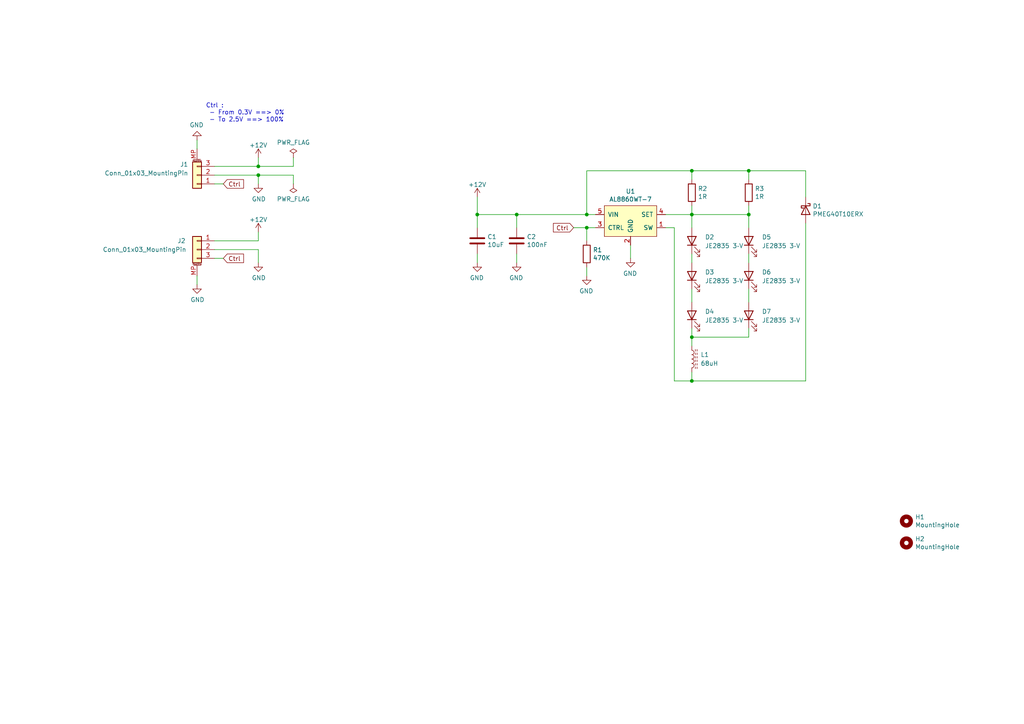
<source format=kicad_sch>
(kicad_sch (version 20210621) (generator eeschema)
  (paper "A4")
  (title_block (title "Mini Light") (date "2021-10-08") (rev "v1.1") (company "Antoine163"))
  (lib_symbols
    (symbol "Connector_Generic_MountingPin:Conn_01x03_MountingPin" (pin_names (offset 1.016) hide)
      (property "Reference" "J" (at 0 5.08 0))
      (property "Value" "Conn_01x03_MountingPin" (at 1.27 -5.08 0))
      (symbol "Conn_01x03_MountingPin_1_1"
        (text "Mounting" (at 0 -4.191 0) (effects (font (size 0.381 0.381))))
        (rectangle (start -1.27 -2.413) (end 0 -2.667) (stroke (width 0.1524)))
        (rectangle (start -1.27 0.127) (end 0 -0.127) (stroke (width 0.1524)))
        (rectangle (start -1.27 2.667) (end 0 2.413) (stroke (width 0.1524)))
        (rectangle (start -1.27 3.81) (end 1.27 -3.81) (stroke (width 0.254)) (fill (type background)))
        (polyline (pts (xy -1.016 -4.572) (xy 1.016 -4.572)) (stroke (width 0.1524)))
        (pin passive line (at -5.08 2.54 0) (length 3.81) (name "Pin_1") (number "1"))
        (pin passive line (at -5.08 0 0) (length 3.81) (name "Pin_2") (number "2"))
        (pin passive line (at -5.08 -2.54 0) (length 3.81) (name "Pin_3") (number "3"))
        (pin passive line (at 0 -7.62 90) (length 3.048) (name "MountPin") (number "MP"))
      )
    )
    (symbol "Device:C" (pin_numbers hide) (pin_names (offset 0.254))
      (property "Reference" "C" (at 0.635 2.54 0))
      (property "Value" "C" (at 0.635 -2.54 0))
      (symbol "C_0_1"
        (polyline (pts (xy -2.032 -0.762) (xy 2.032 -0.762)) (stroke (width 0.508)))
        (polyline (pts (xy -2.032 0.762) (xy 2.032 0.762)) (stroke (width 0.508)))
      )
      (symbol "C_1_1"
        (pin passive line (at 0 3.81 270) (length 2.794) (name "~") (number "1"))
        (pin passive line (at 0 -3.81 90) (length 2.794) (name "~") (number "2"))
      )
    )
    (symbol "Device:D_Schottky" (pin_numbers hide) (pin_names (offset 1.016) hide)
      (property "Reference" "D" (at 0 2.54 0))
      (property "Value" "D_Schottky" (at 0 -2.54 0))
      (symbol "D_Schottky_0_1"
        (polyline (pts (xy 1.27 0) (xy -1.27 0)))
        (polyline (pts (xy 1.27 1.27) (xy 1.27 -1.27) (xy -1.27 0) (xy 1.27 1.27)) (stroke (width 0.254)))
        (polyline (pts (xy -1.905 0.635) (xy -1.905 1.27) (xy -1.27 1.27) (xy -1.27 -1.27) (xy -0.635 -1.27) (xy -0.635 -0.635)) (stroke (width 0.254)))
      )
      (symbol "D_Schottky_1_1"
        (pin passive line (at -3.81 0 0) (length 2.54) (name "K") (number "1"))
        (pin passive line (at 3.81 0 180) (length 2.54) (name "A") (number "2"))
      )
    )
    (symbol "Device:LED" (pin_numbers hide) (pin_names (offset 1.016) hide)
      (property "Reference" "D" (at 0 2.54 0))
      (property "Value" "LED" (at 0 -2.54 0))
      (symbol "LED_0_1"
        (polyline (pts (xy -1.27 -1.27) (xy -1.27 1.27)) (stroke (width 0.254)))
        (polyline (pts (xy -1.27 0) (xy 1.27 0)))
        (polyline (pts (xy 1.27 -1.27) (xy 1.27 1.27) (xy -1.27 0) (xy 1.27 -1.27)) (stroke (width 0.254)))
        (polyline (pts (xy -3.048 -0.762) (xy -4.572 -2.286) (xy -3.81 -2.286) (xy -4.572 -2.286) (xy -4.572 -1.524)))
        (polyline (pts (xy -1.778 -0.762) (xy -3.302 -2.286) (xy -2.54 -2.286) (xy -3.302 -2.286) (xy -3.302 -1.524)))
      )
      (symbol "LED_1_1"
        (pin passive line (at -3.81 0 0) (length 2.54) (name "K") (number "1"))
        (pin passive line (at 3.81 0 180) (length 2.54) (name "A") (number "2"))
      )
    )
    (symbol "Device:L_Ferrite" (pin_numbers hide) (pin_names (offset 1.016) hide)
      (property "Reference" "L" (at -1.27 0 90))
      (property "Value" "L_Ferrite" (at 2.794 0 90))
      (symbol "L_Ferrite_0_1"
        (arc (start 0 -2.54) (end 0 -1.27) (radius (at 0 -1.905) (length 0.635) (angles -89.9 89.9)))
        (arc (start 0 -1.27) (end 0 0) (radius (at 0 -0.635) (length 0.635) (angles -89.9 89.9)))
        (arc (start 0 0) (end 0 1.27) (radius (at 0 0.635) (length 0.635) (angles -89.9 89.9)))
        (arc (start 0 1.27) (end 0 2.54) (radius (at 0 1.905) (length 0.635) (angles -89.9 89.9)))
        (polyline (pts (xy 1.016 -2.794) (xy 1.016 -2.286)))
        (polyline (pts (xy 1.016 -1.778) (xy 1.016 -1.27)))
        (polyline (pts (xy 1.016 -0.762) (xy 1.016 -0.254)))
        (polyline (pts (xy 1.016 0.254) (xy 1.016 0.762)))
        (polyline (pts (xy 1.016 1.27) (xy 1.016 1.778)))
        (polyline (pts (xy 1.016 2.286) (xy 1.016 2.794)))
        (polyline (pts (xy 1.524 -2.286) (xy 1.524 -2.794)))
        (polyline (pts (xy 1.524 -1.27) (xy 1.524 -1.778)))
        (polyline (pts (xy 1.524 -0.254) (xy 1.524 -0.762)))
        (polyline (pts (xy 1.524 0.762) (xy 1.524 0.254)))
        (polyline (pts (xy 1.524 1.778) (xy 1.524 1.27)))
        (polyline (pts (xy 1.524 2.794) (xy 1.524 2.286)))
      )
      (symbol "L_Ferrite_1_1"
        (pin passive line (at 0 3.81 270) (length 1.27) (name "1") (number "1"))
        (pin passive line (at 0 -3.81 90) (length 1.27) (name "2") (number "2"))
      )
    )
    (symbol "Device:R" (pin_numbers hide) (pin_names (offset 0))
      (property "Reference" "R" (at 2.032 0 90))
      (property "Value" "R" (at 0 0 90))
      (symbol "R_0_1"
        (rectangle (start -1.016 -2.54) (end 1.016 2.54) (stroke (width 0.254)))
      )
      (symbol "R_1_1"
        (pin passive line (at 0 3.81 270) (length 1.27) (name "~") (number "1"))
        (pin passive line (at 0 -3.81 90) (length 1.27) (name "~") (number "2"))
      )
    )
    (symbol "Mechanical:MountingHole" (pin_names (offset 1.016))
      (property "Reference" "H" (at 0 5.08 0))
      (property "Value" "MountingHole" (at 0 3.175 0))
      (symbol "MountingHole_0_1"
        (circle (center 0 0) (radius 1.27) (stroke (width 1.27)))
      )
    )
    (symbol "antoine163:AL8860WT-7" (pin_names (offset 1.016))
      (property "Reference" "U" (at 5.08 -6.35 0))
      (property "Value" "AL8860WT-7" (at -1.27 5.08 0))
      (symbol "AL8860WT-7_0_1"
        (rectangle (start 6.35 -5.08) (end -8.89 3.81) (fill (type background)))
      )
      (symbol "AL8860WT-7_1_1"
        (pin power_out line (at 8.89 -2.54 180) (length 2.54) (name "SW") (number "1"))
        (pin power_in line (at -1.27 -7.62 90) (length 2.54) (name "GND") (number "2"))
        (pin input line (at -11.43 -2.54 0) (length 2.54) (name "CTRL") (number "3"))
        (pin input line (at 8.89 1.27 180) (length 2.54) (name "SET") (number "4"))
        (pin power_in line (at -11.43 1.27 0) (length 2.54) (name "VIN") (number "5"))
      )
    )
    (symbol "power:+12V" (power) (pin_names (offset 0))
      (property "Value" "+12V" (at 0 3.556 0))
      (symbol "+12V_0_1"
        (polyline (pts (xy -0.762 1.27) (xy 0 2.54)))
        (polyline (pts (xy 0 0) (xy 0 2.54)))
        (polyline (pts (xy 0 2.54) (xy 0.762 1.27)))
      )
      (symbol "+12V_1_1"
        (pin power_in line (at 0 0 90) (length 0) hide (name "+12V") (number "1"))
      )
    )
    (symbol "power:GND" (power) (pin_names (offset 0))
      (property "Value" "GND" (at 0 -3.81 0))
      (symbol "GND_0_1"
        (polyline (pts (xy 0 0) (xy 0 -1.27) (xy 1.27 -1.27) (xy 0 -2.54) (xy -1.27 -1.27) (xy 0 -1.27)))
      )
      (symbol "GND_1_1"
        (pin power_in line (at 0 0 270) (length 0) hide (name "GND") (number "1"))
      )
    )
    (symbol "power:PWR_FLAG" (power) (pin_numbers hide) (pin_names (offset 0) hide)
      (property "Value" "PWR_FLAG" (at 0 3.81 0))
      (symbol "PWR_FLAG_0_0"
        (pin power_out line (at 0 0 90) (length 0) (name "pwr") (number "1"))
      )
      (symbol "PWR_FLAG_0_1"
        (polyline (pts (xy 0 0) (xy 0 1.27) (xy -1.016 1.905) (xy 0 2.54) (xy 1.016 1.905) (xy 0 1.27)))
      )
    )
  )
  (junction (at 74.93 48.26) (diameter 0.9144))
  (junction (at 74.93 50.8) (diameter 0.9144))
  (junction (at 138.43 62.23) (diameter 0.9144))
  (junction (at 149.86 62.23) (diameter 0.9144))
  (junction (at 170.18 62.23) (diameter 0.9144))
  (junction (at 170.18 66.04) (diameter 0.9144))
  (junction (at 200.66 49.53) (diameter 0.9144))
  (junction (at 200.66 62.23) (diameter 0.9144))
  (junction (at 200.66 97.79) (diameter 0.9144))
  (junction (at 200.66 110.49) (diameter 0.9144))
  (junction (at 217.17 49.53) (diameter 0.9144))
  (junction (at 217.17 62.23) (diameter 0.9144))
  (wire (pts (xy 57.15 40.64) (xy 57.15 43.18)))
  (wire (pts (xy 57.15 80.01) (xy 57.15 82.55)))
  (wire (pts (xy 62.23 48.26) (xy 74.93 48.26)))
  (wire (pts (xy 62.23 50.8) (xy 74.93 50.8)))
  (wire (pts (xy 62.23 53.34) (xy 64.77 53.34)))
  (wire (pts (xy 62.23 72.39) (xy 74.93 72.39)))
  (wire (pts (xy 62.23 74.93) (xy 64.77 74.93)))
  (wire (pts (xy 74.93 48.26) (xy 74.93 45.72)))
  (wire (pts (xy 74.93 48.26) (xy 85.09 48.26)))
  (wire (pts (xy 74.93 50.8) (xy 74.93 53.34)))
  (wire (pts (xy 74.93 50.8) (xy 85.09 50.8)))
  (wire (pts (xy 74.93 67.31) (xy 74.93 69.85)))
  (wire (pts (xy 74.93 69.85) (xy 62.23 69.85)))
  (wire (pts (xy 74.93 76.2) (xy 74.93 72.39)))
  (wire (pts (xy 85.09 48.26) (xy 85.09 45.72)))
  (wire (pts (xy 85.09 50.8) (xy 85.09 53.34)))
  (wire (pts (xy 138.43 62.23) (xy 138.43 57.15)))
  (wire (pts (xy 138.43 62.23) (xy 138.43 66.04)))
  (wire (pts (xy 138.43 62.23) (xy 149.86 62.23)))
  (wire (pts (xy 138.43 73.66) (xy 138.43 76.2)))
  (wire (pts (xy 149.86 62.23) (xy 170.18 62.23)))
  (wire (pts (xy 149.86 66.04) (xy 149.86 62.23)))
  (wire (pts (xy 149.86 73.66) (xy 149.86 76.2)))
  (wire (pts (xy 170.18 49.53) (xy 170.18 62.23)))
  (wire (pts (xy 170.18 49.53) (xy 200.66 49.53)))
  (wire (pts (xy 170.18 66.04) (xy 166.37 66.04)))
  (wire (pts (xy 170.18 69.85) (xy 170.18 66.04)))
  (wire (pts (xy 170.18 77.47) (xy 170.18 80.01)))
  (wire (pts (xy 172.72 62.23) (xy 170.18 62.23)))
  (wire (pts (xy 172.72 66.04) (xy 170.18 66.04)))
  (wire (pts (xy 182.88 71.12) (xy 182.88 74.93)))
  (wire (pts (xy 193.04 62.23) (xy 200.66 62.23)))
  (wire (pts (xy 193.04 66.04) (xy 195.58 66.04)))
  (wire (pts (xy 195.58 66.04) (xy 195.58 110.49)))
  (wire (pts (xy 195.58 110.49) (xy 200.66 110.49)))
  (wire (pts (xy 200.66 49.53) (xy 200.66 52.07)))
  (wire (pts (xy 200.66 49.53) (xy 217.17 49.53)))
  (wire (pts (xy 200.66 59.69) (xy 200.66 62.23)))
  (wire (pts (xy 200.66 62.23) (xy 200.66 66.04)))
  (wire (pts (xy 200.66 62.23) (xy 217.17 62.23)))
  (wire (pts (xy 200.66 73.66) (xy 200.66 76.2)))
  (wire (pts (xy 200.66 83.82) (xy 200.66 87.63)))
  (wire (pts (xy 200.66 95.25) (xy 200.66 97.79)))
  (wire (pts (xy 200.66 97.79) (xy 200.66 100.33)))
  (wire (pts (xy 200.66 97.79) (xy 217.17 97.79)))
  (wire (pts (xy 200.66 107.95) (xy 200.66 110.49)))
  (wire (pts (xy 200.66 110.49) (xy 233.68 110.49)))
  (wire (pts (xy 217.17 49.53) (xy 233.68 49.53)))
  (wire (pts (xy 217.17 52.07) (xy 217.17 49.53)))
  (wire (pts (xy 217.17 59.69) (xy 217.17 62.23)))
  (wire (pts (xy 217.17 62.23) (xy 217.17 66.04)))
  (wire (pts (xy 217.17 73.66) (xy 217.17 76.2)))
  (wire (pts (xy 217.17 83.82) (xy 217.17 87.63)))
  (wire (pts (xy 217.17 97.79) (xy 217.17 95.25)))
  (wire (pts (xy 233.68 49.53) (xy 233.68 57.15)))
  (wire (pts (xy 233.68 64.77) (xy 233.68 110.49)))
  (text "Ctrl :\n - From 0.3V ==> 0% \n - To 2.5V ==> 100%" (at 59.69 35.56 0) (effects (font (size 1.27 1.27)) (justify left bottom)))
  (global_label "Ctrl" (shape input) (at 64.77 53.34 0) (property "Intersheet References" "${INTERSHEET_REFS}" (effects hide)))
  (global_label "Ctrl" (shape input) (at 64.77 74.93 0) (property "Intersheet References" "${INTERSHEET_REFS}" (effects hide)))
  (global_label "Ctrl" (shape input) (at 166.37 66.04 180) (property "Intersheet References" "${INTERSHEET_REFS}" (effects hide)))
  (symbol (lib_id "power:+12V") (at 74.93 45.72 0) (unit 1)
    (property "Reference" "#PWR01" (effects hide))
    (property "Value" "+12V" (at 74.93 42.1154 0))
  )
  (symbol (lib_id "power:+12V") (at 74.93 67.31 0) (unit 1)
    (property "Reference" "#PWR0102" (effects hide))
    (property "Value" "+12V" (at 74.93 63.7054 0))
  )
  (symbol (lib_id "power:+12V") (at 138.43 57.15 0) (unit 1)
    (property "Reference" "#PWR03" (effects hide))
    (property "Value" "+12V" (at 138.43 53.5454 0))
  )
  (symbol (lib_id "power:PWR_FLAG") (at 85.09 45.72 0) (unit 1)
    (property "Reference" "#FLG01" (effects hide))
    (property "Value" "PWR_FLAG" (at 85.09 41.3258 0))
  )
  (symbol (lib_id "power:PWR_FLAG") (at 85.09 53.34 180) (unit 1)
    (property "Reference" "#FLG02" (effects hide))
    (property "Value" "PWR_FLAG" (at 85.09 57.7342 0))
  )
  (symbol (lib_id "power:GND") (at 57.15 40.64 180) (unit 1)
    (property "Reference" "#PWR0104" (effects hide))
    (property "Value" "GND" (at 57.023 36.2458 0))
  )
  (symbol (lib_id "power:GND") (at 57.15 82.55 0) (unit 1)
    (property "Reference" "#PWR0103" (effects hide))
    (property "Value" "GND" (at 57.277 86.9442 0))
  )
  (symbol (lib_id "power:GND") (at 74.93 53.34 0) (unit 1)
    (property "Reference" "#PWR02" (effects hide))
    (property "Value" "GND" (at 75.057 57.7342 0))
  )
  (symbol (lib_id "power:GND") (at 74.93 76.2 0) (unit 1)
    (property "Reference" "#PWR0101" (effects hide))
    (property "Value" "GND" (at 75.057 80.5942 0))
  )
  (symbol (lib_id "power:GND") (at 138.43 76.2 0) (mirror y) (unit 1)
    (property "Reference" "#PWR04" (effects hide))
    (property "Value" "GND" (at 138.303 80.5942 0))
  )
  (symbol (lib_id "power:GND") (at 149.86 76.2 0) (mirror y) (unit 1)
    (property "Reference" "#PWR05" (effects hide))
    (property "Value" "GND" (at 149.733 80.5942 0))
  )
  (symbol (lib_id "power:GND") (at 170.18 80.01 0) (mirror y) (unit 1)
    (property "Reference" "#PWR06" (effects hide))
    (property "Value" "GND" (at 170.053 84.4042 0))
  )
  (symbol (lib_id "power:GND") (at 182.88 74.93 0) (mirror y) (unit 1)
    (property "Reference" "#PWR07" (effects hide))
    (property "Value" "GND" (at 182.753 79.3242 0))
  )
  (symbol (lib_id "Mechanical:MountingHole") (at 262.89 151.13 0) (unit 1)
    (property "Reference" "H1" (at 265.43 149.9616 0) (effects (justify left)))
    (property "Value" "MountingHole" (at 265.43 152.273 0) (effects (justify left)))
    (property "Footprint" "MountingHole:MountingHole_3.2mm_M3" (effects hide))
  )
  (symbol (lib_id "Mechanical:MountingHole") (at 262.89 157.48 0) (unit 1)
    (property "Reference" "H2" (at 265.43 156.3116 0) (effects (justify left)))
    (property "Value" "MountingHole" (at 265.43 158.623 0) (effects (justify left)))
    (property "Footprint" "MountingHole:MountingHole_3.2mm_M3" (effects hide))
  )
  (symbol (lib_id "Device:L_Ferrite") (at 200.66 104.14 0) (unit 1)
    (property "Reference" "L1" (at 203.2 102.8699 0) (effects (justify left)))
    (property "Value" "68uH" (at 203.2 105.4099 0) (effects (justify left)))
    (property "Footprint" "AM163:L_Bourns-SRN5040" (effects hide))
    (property "Datasheet" "https://www.bourns.com/docs/product-datasheets/srn5040ta.pdf?sfvrsn=df477df6_3" (effects hide))
    (property "Vendor" "Bourns:SRN5040TA-680K | muRata:LQH3NPH680MMEL" (effects hide))
  )
  (symbol (lib_id "Device:R") (at 170.18 73.66 180) (unit 1)
    (property "Reference" "R1" (at 171.958 72.4916 0) (effects (justify right)))
    (property "Value" "470K" (at 171.958 74.803 0) (effects (justify right)))
    (property "Footprint" "Resistor_SMD:R_0402_1005Metric_Pad0.72x0.64mm_HandSolder" (effects hide))
  )
  (symbol (lib_id "Device:R") (at 200.66 55.88 180) (unit 1)
    (property "Reference" "R2" (at 202.438 54.7116 0) (effects (justify right)))
    (property "Value" "1R" (at 202.438 57.023 0) (effects (justify right)))
    (property "Footprint" "Resistor_SMD:R_0805_2012Metric_Pad1.20x1.40mm_HandSolder" (effects hide))
  )
  (symbol (lib_id "Device:R") (at 217.17 55.88 180) (unit 1)
    (property "Reference" "R3" (at 218.948 54.7116 0) (effects (justify right)))
    (property "Value" "1R" (at 218.948 57.023 0) (effects (justify right)))
    (property "Footprint" "Resistor_SMD:R_0805_2012Metric_Pad1.20x1.40mm_HandSolder" (effects hide))
  )
  (symbol (lib_id "Device:D_Schottky") (at 233.68 60.96 270) (unit 1)
    (property "Reference" "D1" (at 235.6866 59.7916 90) (effects (justify left)))
    (property "Value" "PMEG40T10ERX" (at 235.6866 62.103 90) (effects (justify left)))
    (property "Footprint" "Diode_SMD:Nexperia_CFP3_SOD-123W" (effects hide))
    (property "Datasheet" "https://assets.nexperia.com/documents/data-sheet/PMEG40T10ER.pdf" (effects hide))
    (property "Vendor" "Nexperia:PMEG40T10ERX" (effects hide))
  )
  (symbol (lib_id "Device:LED") (at 200.66 69.85 90) (unit 1)
    (property "Reference" "D2" (at 204.47 68.7704 90) (effects (justify right)))
    (property "Value" "JE2835 3‑V" (at 204.47 71.3104 90) (effects (justify right)))
    (property "Footprint" "AM163:LED_Cree-JE" (effects hide))
    (property "Datasheet" "https://cree-led.com/media/documents/data-sheet-JSeries-2835-3v-standard.pdf" (effects hide))
    (property "Vendor" "Cree:JE2835AWT-00-0000-000A0BH650E" (effects hide))
  )
  (symbol (lib_id "Device:LED") (at 200.66 80.01 90) (unit 1)
    (property "Reference" "D3" (at 204.47 78.9304 90) (effects (justify right)))
    (property "Value" "JE2835 3‑V" (at 204.47 81.4704 90) (effects (justify right)))
    (property "Footprint" "AM163:LED_Cree-JE" (effects hide))
    (property "Datasheet" "https://cree-led.com/media/documents/data-sheet-JSeries-2835-3v-standard.pdf" (effects hide))
    (property "Vendor" "Cree:JE2835AWT-00-0000-000A0BH650E" (effects hide))
  )
  (symbol (lib_id "Device:LED") (at 200.66 91.44 90) (unit 1)
    (property "Reference" "D4" (at 204.47 90.3604 90) (effects (justify right)))
    (property "Value" "JE2835 3‑V" (at 204.47 92.9004 90) (effects (justify right)))
    (property "Footprint" "AM163:LED_Cree-JE" (effects hide))
    (property "Datasheet" "https://cree-led.com/media/documents/data-sheet-JSeries-2835-3v-standard.pdf" (effects hide))
    (property "Vendor" "Cree:JE2835AWT-00-0000-000A0BH650E" (effects hide))
  )
  (symbol (lib_id "Device:LED") (at 217.17 69.85 90) (unit 1)
    (property "Reference" "D5" (at 220.98 68.7704 90) (effects (justify right)))
    (property "Value" "JE2835 3‑V" (at 220.98 71.3104 90) (effects (justify right)))
    (property "Footprint" "AM163:LED_Cree-JE" (effects hide))
    (property "Datasheet" "https://cree-led.com/media/documents/data-sheet-JSeries-2835-3v-standard.pdf" (effects hide))
    (property "Vendor" "Cree:JE2835AWT-00-0000-000A0BH650E" (effects hide))
  )
  (symbol (lib_id "Device:LED") (at 217.17 80.01 90) (unit 1)
    (property "Reference" "D6" (at 220.98 78.9304 90) (effects (justify right)))
    (property "Value" "JE2835 3‑V" (at 220.98 81.4704 90) (effects (justify right)))
    (property "Footprint" "AM163:LED_Cree-JE" (effects hide))
    (property "Datasheet" "https://cree-led.com/media/documents/data-sheet-JSeries-2835-3v-standard.pdf" (effects hide))
    (property "Vendor" "Cree:JE2835AWT-00-0000-000A0BH650E" (effects hide))
  )
  (symbol (lib_id "Device:LED") (at 217.17 91.44 90) (unit 1)
    (property "Reference" "D7" (at 220.98 90.3604 90) (effects (justify right)))
    (property "Value" "JE2835 3‑V" (at 220.98 92.9004 90) (effects (justify right)))
    (property "Footprint" "AM163:LED_Cree-JE" (effects hide))
    (property "Datasheet" "https://cree-led.com/media/documents/data-sheet-JSeries-2835-3v-standard.pdf" (effects hide))
    (property "Vendor" "Cree:JE2835AWT-00-0000-000A0BH650E" (effects hide))
  )
  (symbol (lib_id "Device:C") (at 138.43 69.85 0) (unit 1)
    (property "Reference" "C1" (at 141.351 68.6816 0) (effects (justify left)))
    (property "Value" "10uF" (at 141.351 70.993 0) (effects (justify left)))
    (property "Footprint" "Capacitor_SMD:C_0805_2012Metric_Pad1.18x1.45mm_HandSolder" (effects hide))
  )
  (symbol (lib_id "Device:C") (at 149.86 69.85 0) (unit 1)
    (property "Reference" "C2" (at 152.781 68.6816 0) (effects (justify left)))
    (property "Value" "100nF" (at 152.781 70.993 0) (effects (justify left)))
    (property "Footprint" "Capacitor_SMD:C_0402_1005Metric_Pad0.74x0.62mm_HandSolder" (effects hide))
  )
  (symbol (lib_id "Connector_Generic_MountingPin:Conn_01x03_MountingPin") (at 57.15 50.8 180) (unit 1)
    (property "Reference" "J1" (at 54.61 47.6884 0) (effects (justify left)))
    (property "Value" "Conn_01x03_MountingPin" (at 54.61 50.2284 0) (effects (justify left)))
    (property "Footprint" "Connector_JST:JST_PH_S3B-PH-SM4-TB_1x03-1MP_P2.00mm_Horizontal" (effects hide))
    (property "Datasheet" "https://www.jst.fr/core/file.get?path=doc/jst/family/pdf/ePH.pdf" (effects hide))
    (property "Vendor" "JST:S3B-PH-SM4-TB" (effects hide))
  )
  (symbol (lib_id "Connector_Generic_MountingPin:Conn_01x03_MountingPin") (at 57.15 72.39 0) (mirror y) (unit 1)
    (property "Reference" "J2" (at 52.6415 69.85 0))
    (property "Value" "Conn_01x03_MountingPin" (at 29.7815 72.39 0) (effects (justify right)))
    (property "Footprint" "Connector_JST:JST_PH_S3B-PH-SM4-TB_1x03-1MP_P2.00mm_Horizontal" (effects hide))
    (property "Datasheet" "https://www.jst.fr/core/file.get?path=doc/jst/family/pdf/ePH.pdf" (effects hide))
    (property "Vendor" "JST:S3B-PH-SM4-TB" (effects hide))
  )
  (symbol (lib_id "antoine163:AL8860WT-7") (at 184.15 63.5 0) (unit 1)
    (property "Reference" "U1" (at 182.88 55.499 0))
    (property "Value" "AL8860WT-7" (at 182.88 57.8104 0))
    (property "Footprint" "Package_TO_SOT_SMD:TSOT-23-5" (effects hide))
    (property "Datasheet" "https://www.diodes.com/assets/Datasheets/AL8860.pdf" (effects hide))
    (property "Vendor" "Diodes:AL8860WT-7" (effects hide))
  )
)
</source>
